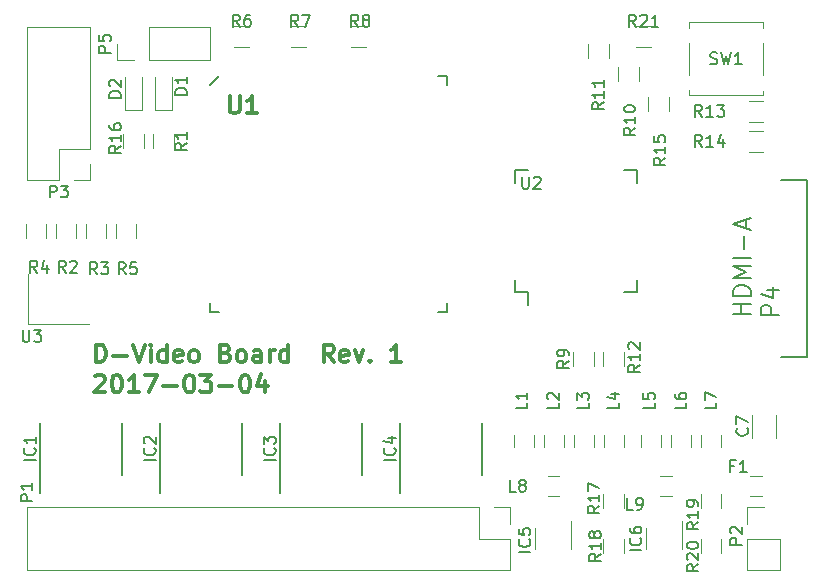
<source format=gto>
G04 #@! TF.FileFunction,Legend,Top*
%FSLAX46Y46*%
G04 Gerber Fmt 4.6, Leading zero omitted, Abs format (unit mm)*
G04 Created by KiCad (PCBNEW 4.0.4-stable) date 03/04/17 15:12:17*
%MOMM*%
%LPD*%
G01*
G04 APERTURE LIST*
%ADD10C,0.100000*%
%ADD11C,0.300000*%
%ADD12C,0.150000*%
%ADD13C,0.120000*%
%ADD14C,0.203200*%
G04 APERTURE END LIST*
D10*
D11*
X127611143Y-127292571D02*
X127611143Y-125792571D01*
X127968286Y-125792571D01*
X128182571Y-125864000D01*
X128325429Y-126006857D01*
X128396857Y-126149714D01*
X128468286Y-126435429D01*
X128468286Y-126649714D01*
X128396857Y-126935429D01*
X128325429Y-127078286D01*
X128182571Y-127221143D01*
X127968286Y-127292571D01*
X127611143Y-127292571D01*
X129111143Y-126721143D02*
X130254000Y-126721143D01*
X130754000Y-125792571D02*
X131254000Y-127292571D01*
X131754000Y-125792571D01*
X132254000Y-127292571D02*
X132254000Y-126292571D01*
X132254000Y-125792571D02*
X132182571Y-125864000D01*
X132254000Y-125935429D01*
X132325428Y-125864000D01*
X132254000Y-125792571D01*
X132254000Y-125935429D01*
X133611143Y-127292571D02*
X133611143Y-125792571D01*
X133611143Y-127221143D02*
X133468286Y-127292571D01*
X133182572Y-127292571D01*
X133039714Y-127221143D01*
X132968286Y-127149714D01*
X132896857Y-127006857D01*
X132896857Y-126578286D01*
X132968286Y-126435429D01*
X133039714Y-126364000D01*
X133182572Y-126292571D01*
X133468286Y-126292571D01*
X133611143Y-126364000D01*
X134896857Y-127221143D02*
X134754000Y-127292571D01*
X134468286Y-127292571D01*
X134325429Y-127221143D01*
X134254000Y-127078286D01*
X134254000Y-126506857D01*
X134325429Y-126364000D01*
X134468286Y-126292571D01*
X134754000Y-126292571D01*
X134896857Y-126364000D01*
X134968286Y-126506857D01*
X134968286Y-126649714D01*
X134254000Y-126792571D01*
X135825429Y-127292571D02*
X135682571Y-127221143D01*
X135611143Y-127149714D01*
X135539714Y-127006857D01*
X135539714Y-126578286D01*
X135611143Y-126435429D01*
X135682571Y-126364000D01*
X135825429Y-126292571D01*
X136039714Y-126292571D01*
X136182571Y-126364000D01*
X136254000Y-126435429D01*
X136325429Y-126578286D01*
X136325429Y-127006857D01*
X136254000Y-127149714D01*
X136182571Y-127221143D01*
X136039714Y-127292571D01*
X135825429Y-127292571D01*
X138611143Y-126506857D02*
X138825429Y-126578286D01*
X138896857Y-126649714D01*
X138968286Y-126792571D01*
X138968286Y-127006857D01*
X138896857Y-127149714D01*
X138825429Y-127221143D01*
X138682571Y-127292571D01*
X138111143Y-127292571D01*
X138111143Y-125792571D01*
X138611143Y-125792571D01*
X138754000Y-125864000D01*
X138825429Y-125935429D01*
X138896857Y-126078286D01*
X138896857Y-126221143D01*
X138825429Y-126364000D01*
X138754000Y-126435429D01*
X138611143Y-126506857D01*
X138111143Y-126506857D01*
X139825429Y-127292571D02*
X139682571Y-127221143D01*
X139611143Y-127149714D01*
X139539714Y-127006857D01*
X139539714Y-126578286D01*
X139611143Y-126435429D01*
X139682571Y-126364000D01*
X139825429Y-126292571D01*
X140039714Y-126292571D01*
X140182571Y-126364000D01*
X140254000Y-126435429D01*
X140325429Y-126578286D01*
X140325429Y-127006857D01*
X140254000Y-127149714D01*
X140182571Y-127221143D01*
X140039714Y-127292571D01*
X139825429Y-127292571D01*
X141611143Y-127292571D02*
X141611143Y-126506857D01*
X141539714Y-126364000D01*
X141396857Y-126292571D01*
X141111143Y-126292571D01*
X140968286Y-126364000D01*
X141611143Y-127221143D02*
X141468286Y-127292571D01*
X141111143Y-127292571D01*
X140968286Y-127221143D01*
X140896857Y-127078286D01*
X140896857Y-126935429D01*
X140968286Y-126792571D01*
X141111143Y-126721143D01*
X141468286Y-126721143D01*
X141611143Y-126649714D01*
X142325429Y-127292571D02*
X142325429Y-126292571D01*
X142325429Y-126578286D02*
X142396857Y-126435429D01*
X142468286Y-126364000D01*
X142611143Y-126292571D01*
X142754000Y-126292571D01*
X143896857Y-127292571D02*
X143896857Y-125792571D01*
X143896857Y-127221143D02*
X143754000Y-127292571D01*
X143468286Y-127292571D01*
X143325428Y-127221143D01*
X143254000Y-127149714D01*
X143182571Y-127006857D01*
X143182571Y-126578286D01*
X143254000Y-126435429D01*
X143325428Y-126364000D01*
X143468286Y-126292571D01*
X143754000Y-126292571D01*
X143896857Y-126364000D01*
X147754000Y-127292571D02*
X147254000Y-126578286D01*
X146896857Y-127292571D02*
X146896857Y-125792571D01*
X147468285Y-125792571D01*
X147611143Y-125864000D01*
X147682571Y-125935429D01*
X147754000Y-126078286D01*
X147754000Y-126292571D01*
X147682571Y-126435429D01*
X147611143Y-126506857D01*
X147468285Y-126578286D01*
X146896857Y-126578286D01*
X148968285Y-127221143D02*
X148825428Y-127292571D01*
X148539714Y-127292571D01*
X148396857Y-127221143D01*
X148325428Y-127078286D01*
X148325428Y-126506857D01*
X148396857Y-126364000D01*
X148539714Y-126292571D01*
X148825428Y-126292571D01*
X148968285Y-126364000D01*
X149039714Y-126506857D01*
X149039714Y-126649714D01*
X148325428Y-126792571D01*
X149539714Y-126292571D02*
X149896857Y-127292571D01*
X150253999Y-126292571D01*
X150825428Y-127149714D02*
X150896856Y-127221143D01*
X150825428Y-127292571D01*
X150753999Y-127221143D01*
X150825428Y-127149714D01*
X150825428Y-127292571D01*
X153468285Y-127292571D02*
X152611142Y-127292571D01*
X153039714Y-127292571D02*
X153039714Y-125792571D01*
X152896857Y-126006857D01*
X152753999Y-126149714D01*
X152611142Y-126221143D01*
X127539714Y-128485429D02*
X127611143Y-128414000D01*
X127754000Y-128342571D01*
X128111143Y-128342571D01*
X128254000Y-128414000D01*
X128325429Y-128485429D01*
X128396857Y-128628286D01*
X128396857Y-128771143D01*
X128325429Y-128985429D01*
X127468286Y-129842571D01*
X128396857Y-129842571D01*
X129325428Y-128342571D02*
X129468285Y-128342571D01*
X129611142Y-128414000D01*
X129682571Y-128485429D01*
X129754000Y-128628286D01*
X129825428Y-128914000D01*
X129825428Y-129271143D01*
X129754000Y-129556857D01*
X129682571Y-129699714D01*
X129611142Y-129771143D01*
X129468285Y-129842571D01*
X129325428Y-129842571D01*
X129182571Y-129771143D01*
X129111142Y-129699714D01*
X129039714Y-129556857D01*
X128968285Y-129271143D01*
X128968285Y-128914000D01*
X129039714Y-128628286D01*
X129111142Y-128485429D01*
X129182571Y-128414000D01*
X129325428Y-128342571D01*
X131253999Y-129842571D02*
X130396856Y-129842571D01*
X130825428Y-129842571D02*
X130825428Y-128342571D01*
X130682571Y-128556857D01*
X130539713Y-128699714D01*
X130396856Y-128771143D01*
X131753999Y-128342571D02*
X132753999Y-128342571D01*
X132111142Y-129842571D01*
X133325427Y-129271143D02*
X134468284Y-129271143D01*
X135468284Y-128342571D02*
X135611141Y-128342571D01*
X135753998Y-128414000D01*
X135825427Y-128485429D01*
X135896856Y-128628286D01*
X135968284Y-128914000D01*
X135968284Y-129271143D01*
X135896856Y-129556857D01*
X135825427Y-129699714D01*
X135753998Y-129771143D01*
X135611141Y-129842571D01*
X135468284Y-129842571D01*
X135325427Y-129771143D01*
X135253998Y-129699714D01*
X135182570Y-129556857D01*
X135111141Y-129271143D01*
X135111141Y-128914000D01*
X135182570Y-128628286D01*
X135253998Y-128485429D01*
X135325427Y-128414000D01*
X135468284Y-128342571D01*
X136468284Y-128342571D02*
X137396855Y-128342571D01*
X136896855Y-128914000D01*
X137111141Y-128914000D01*
X137253998Y-128985429D01*
X137325427Y-129056857D01*
X137396855Y-129199714D01*
X137396855Y-129556857D01*
X137325427Y-129699714D01*
X137253998Y-129771143D01*
X137111141Y-129842571D01*
X136682569Y-129842571D01*
X136539712Y-129771143D01*
X136468284Y-129699714D01*
X138039712Y-129271143D02*
X139182569Y-129271143D01*
X140182569Y-128342571D02*
X140325426Y-128342571D01*
X140468283Y-128414000D01*
X140539712Y-128485429D01*
X140611141Y-128628286D01*
X140682569Y-128914000D01*
X140682569Y-129271143D01*
X140611141Y-129556857D01*
X140539712Y-129699714D01*
X140468283Y-129771143D01*
X140325426Y-129842571D01*
X140182569Y-129842571D01*
X140039712Y-129771143D01*
X139968283Y-129699714D01*
X139896855Y-129556857D01*
X139825426Y-129271143D01*
X139825426Y-128914000D01*
X139896855Y-128628286D01*
X139968283Y-128485429D01*
X140039712Y-128414000D01*
X140182569Y-128342571D01*
X141968283Y-128842571D02*
X141968283Y-129842571D01*
X141611140Y-128271143D02*
X141253997Y-129342571D01*
X142182569Y-129342571D01*
X138938143Y-104715571D02*
X138938143Y-105929857D01*
X139009571Y-106072714D01*
X139081000Y-106144143D01*
X139223857Y-106215571D01*
X139509571Y-106215571D01*
X139652429Y-106144143D01*
X139723857Y-106072714D01*
X139795286Y-105929857D01*
X139795286Y-104715571D01*
X141295286Y-106215571D02*
X140438143Y-106215571D01*
X140866715Y-106215571D02*
X140866715Y-104715571D01*
X140723858Y-104929857D01*
X140581000Y-105072714D01*
X140438143Y-105144143D01*
D12*
X129815000Y-136845000D02*
X129815000Y-132395000D01*
X122915000Y-138370000D02*
X122915000Y-132395000D01*
X139975000Y-136845000D02*
X139975000Y-132395000D01*
X133075000Y-138370000D02*
X133075000Y-132395000D01*
X150135000Y-136845000D02*
X150135000Y-132395000D01*
X143235000Y-138370000D02*
X143235000Y-132395000D01*
X160295000Y-136845000D02*
X160295000Y-132395000D01*
X153395000Y-138370000D02*
X153395000Y-132395000D01*
D13*
X160020000Y-139580000D02*
X121800000Y-139580000D01*
X121800000Y-139580000D02*
X121800000Y-144900000D01*
X121800000Y-144900000D02*
X162680000Y-144900000D01*
X162680000Y-144900000D02*
X162680000Y-142240000D01*
X162680000Y-142240000D02*
X160020000Y-142240000D01*
X160020000Y-142240000D02*
X160020000Y-139580000D01*
X161290000Y-139580000D02*
X162680000Y-139580000D01*
X162680000Y-139580000D02*
X162680000Y-140970000D01*
X127120000Y-109220000D02*
X127120000Y-98940000D01*
X127120000Y-98940000D02*
X121800000Y-98940000D01*
X121800000Y-98940000D02*
X121800000Y-111880000D01*
X121800000Y-111880000D02*
X124460000Y-111880000D01*
X124460000Y-111880000D02*
X124460000Y-109220000D01*
X124460000Y-109220000D02*
X127120000Y-109220000D01*
X127120000Y-110490000D02*
X127120000Y-111880000D01*
X127120000Y-111880000D02*
X125730000Y-111880000D01*
X132650000Y-105940000D02*
X134050000Y-105940000D01*
X134050000Y-105940000D02*
X134050000Y-103140000D01*
X132650000Y-105940000D02*
X132650000Y-103140000D01*
D12*
X163100000Y-121380000D02*
X164175000Y-121380000D01*
X163100000Y-111030000D02*
X164175000Y-111030000D01*
X173450000Y-111030000D02*
X172375000Y-111030000D01*
X173450000Y-121380000D02*
X172375000Y-121380000D01*
X163100000Y-121380000D02*
X163100000Y-120305000D01*
X173450000Y-121380000D02*
X173450000Y-120305000D01*
X173450000Y-111030000D02*
X173450000Y-112105000D01*
X163100000Y-111030000D02*
X163100000Y-112105000D01*
X164175000Y-121380000D02*
X164175000Y-122405000D01*
D13*
X182760000Y-142240000D02*
X182760000Y-144900000D01*
X182760000Y-144900000D02*
X185540000Y-144900000D01*
X185540000Y-144900000D02*
X185540000Y-142240000D01*
X185540000Y-142240000D02*
X182760000Y-142240000D01*
X182760000Y-140970000D02*
X182760000Y-139580000D01*
X182760000Y-139580000D02*
X184150000Y-139580000D01*
X130110000Y-105940000D02*
X131510000Y-105940000D01*
X131510000Y-105940000D02*
X131510000Y-103140000D01*
X130110000Y-105940000D02*
X130110000Y-103140000D01*
X132080000Y-101720000D02*
X137280000Y-101720000D01*
X137280000Y-101720000D02*
X137280000Y-98940000D01*
X137280000Y-98940000D02*
X132080000Y-98940000D01*
X132080000Y-98940000D02*
X132080000Y-101720000D01*
X130810000Y-101720000D02*
X129420000Y-101720000D01*
X129420000Y-101720000D02*
X129420000Y-100330000D01*
X164810000Y-141360000D02*
X164810000Y-143120000D01*
X167880000Y-143120000D02*
X167880000Y-140690000D01*
X174208000Y-141360000D02*
X174208000Y-143120000D01*
X177278000Y-143120000D02*
X177278000Y-140690000D01*
X166870000Y-136945000D02*
X165870000Y-136945000D01*
X165870000Y-138645000D02*
X166870000Y-138645000D01*
X176395000Y-136945000D02*
X175395000Y-136945000D01*
X175395000Y-138645000D02*
X176395000Y-138645000D01*
X170570000Y-139665000D02*
X170570000Y-138465000D01*
X172330000Y-138465000D02*
X172330000Y-139665000D01*
X172330000Y-142275000D02*
X172330000Y-143475000D01*
X170570000Y-143475000D02*
X170570000Y-142275000D01*
X178825000Y-139665000D02*
X178825000Y-138465000D01*
X180585000Y-138465000D02*
X180585000Y-139665000D01*
X180585000Y-142275000D02*
X180585000Y-143475000D01*
X178825000Y-143475000D02*
X178825000Y-142275000D01*
X183130000Y-131715000D02*
X183130000Y-133715000D01*
X185170000Y-133715000D02*
X185170000Y-131715000D01*
X184015000Y-136945000D02*
X183015000Y-136945000D01*
X183015000Y-138645000D02*
X184015000Y-138645000D01*
X164680000Y-134485000D02*
X164680000Y-133485000D01*
X162980000Y-133485000D02*
X162980000Y-134485000D01*
X167220000Y-134485000D02*
X167220000Y-133485000D01*
X165520000Y-133485000D02*
X165520000Y-134485000D01*
X169760000Y-134485000D02*
X169760000Y-133485000D01*
X168060000Y-133485000D02*
X168060000Y-134485000D01*
X172300000Y-134485000D02*
X172300000Y-133485000D01*
X170600000Y-133485000D02*
X170600000Y-134485000D01*
X175475000Y-134485000D02*
X175475000Y-133485000D01*
X173775000Y-133485000D02*
X173775000Y-134485000D01*
X178015000Y-134485000D02*
X178015000Y-133485000D01*
X176315000Y-133485000D02*
X176315000Y-134485000D01*
X180555000Y-134485000D02*
X180555000Y-133485000D01*
X178855000Y-133485000D02*
X178855000Y-134485000D01*
X132470000Y-109185000D02*
X132470000Y-107985000D01*
X134230000Y-107985000D02*
X134230000Y-109185000D01*
X125975000Y-115605000D02*
X125975000Y-116805000D01*
X124215000Y-116805000D02*
X124215000Y-115605000D01*
X126755000Y-116805000D02*
X126755000Y-115605000D01*
X128515000Y-115605000D02*
X128515000Y-116805000D01*
X121675000Y-116805000D02*
X121675000Y-115605000D01*
X123435000Y-115605000D02*
X123435000Y-116805000D01*
X129295000Y-116805000D02*
X129295000Y-115605000D01*
X131055000Y-115605000D02*
X131055000Y-116805000D01*
X139354000Y-98815000D02*
X140554000Y-98815000D01*
X140554000Y-100575000D02*
X139354000Y-100575000D01*
X145380000Y-100575000D02*
X144180000Y-100575000D01*
X144180000Y-98815000D02*
X145380000Y-98815000D01*
X150460000Y-100575000D02*
X149260000Y-100575000D01*
X149260000Y-98815000D02*
X150460000Y-98815000D01*
X169790000Y-126400000D02*
X169790000Y-127600000D01*
X168030000Y-127600000D02*
X168030000Y-126400000D01*
X173600000Y-102270000D02*
X173600000Y-103470000D01*
X171840000Y-103470000D02*
X171840000Y-102270000D01*
X171060000Y-100365000D02*
X171060000Y-101565000D01*
X169300000Y-101565000D02*
X169300000Y-100365000D01*
X172330000Y-126400000D02*
X172330000Y-127600000D01*
X170570000Y-127600000D02*
X170570000Y-126400000D01*
X184115000Y-106925000D02*
X182915000Y-106925000D01*
X182915000Y-105165000D02*
X184115000Y-105165000D01*
X184115000Y-109465000D02*
X182915000Y-109465000D01*
X182915000Y-107705000D02*
X184115000Y-107705000D01*
X176140000Y-104810000D02*
X176140000Y-106010000D01*
X174380000Y-106010000D02*
X174380000Y-104810000D01*
X129930000Y-109185000D02*
X129930000Y-107985000D01*
X131690000Y-107985000D02*
X131690000Y-109185000D01*
D12*
X137320000Y-103780000D02*
X138070000Y-103030000D01*
X156570000Y-103030000D02*
X157320000Y-103030000D01*
X157320000Y-103030000D02*
X157320000Y-103780000D01*
X138070000Y-123030000D02*
X137320000Y-123030000D01*
X137320000Y-123030000D02*
X137320000Y-122280000D01*
X156570000Y-123030000D02*
X157320000Y-123030000D01*
X157320000Y-123030000D02*
X157320000Y-122280000D01*
D13*
X177825000Y-104250000D02*
X177825000Y-104700000D01*
X177825000Y-104700000D02*
X184125000Y-104700000D01*
X184125000Y-104700000D02*
X184125000Y-104300000D01*
X177825000Y-102950000D02*
X177825000Y-100250000D01*
X184125000Y-100250000D02*
X184125000Y-102950000D01*
X177825000Y-98500000D02*
X184125000Y-98500000D01*
X184125000Y-98500000D02*
X184125000Y-98950000D01*
X177825000Y-98950000D02*
X177825000Y-98500000D01*
X174590000Y-100575000D02*
X173390000Y-100575000D01*
X173390000Y-98815000D02*
X174590000Y-98815000D01*
X121860000Y-119820000D02*
X121860000Y-124020000D01*
X121860000Y-124020000D02*
X127060000Y-124020000D01*
D14*
X187794000Y-126880000D02*
X185624000Y-126880000D01*
X187794000Y-111880000D02*
X185624000Y-111880000D01*
X187794000Y-111880000D02*
X187794000Y-126880000D01*
D12*
X122517381Y-135596190D02*
X121517381Y-135596190D01*
X122422143Y-134548571D02*
X122469762Y-134596190D01*
X122517381Y-134739047D01*
X122517381Y-134834285D01*
X122469762Y-134977143D01*
X122374524Y-135072381D01*
X122279286Y-135120000D01*
X122088810Y-135167619D01*
X121945952Y-135167619D01*
X121755476Y-135120000D01*
X121660238Y-135072381D01*
X121565000Y-134977143D01*
X121517381Y-134834285D01*
X121517381Y-134739047D01*
X121565000Y-134596190D01*
X121612619Y-134548571D01*
X122517381Y-133596190D02*
X122517381Y-134167619D01*
X122517381Y-133881905D02*
X121517381Y-133881905D01*
X121660238Y-133977143D01*
X121755476Y-134072381D01*
X121803095Y-134167619D01*
X132677381Y-135596190D02*
X131677381Y-135596190D01*
X132582143Y-134548571D02*
X132629762Y-134596190D01*
X132677381Y-134739047D01*
X132677381Y-134834285D01*
X132629762Y-134977143D01*
X132534524Y-135072381D01*
X132439286Y-135120000D01*
X132248810Y-135167619D01*
X132105952Y-135167619D01*
X131915476Y-135120000D01*
X131820238Y-135072381D01*
X131725000Y-134977143D01*
X131677381Y-134834285D01*
X131677381Y-134739047D01*
X131725000Y-134596190D01*
X131772619Y-134548571D01*
X131772619Y-134167619D02*
X131725000Y-134120000D01*
X131677381Y-134024762D01*
X131677381Y-133786666D01*
X131725000Y-133691428D01*
X131772619Y-133643809D01*
X131867857Y-133596190D01*
X131963095Y-133596190D01*
X132105952Y-133643809D01*
X132677381Y-134215238D01*
X132677381Y-133596190D01*
X142837381Y-135596190D02*
X141837381Y-135596190D01*
X142742143Y-134548571D02*
X142789762Y-134596190D01*
X142837381Y-134739047D01*
X142837381Y-134834285D01*
X142789762Y-134977143D01*
X142694524Y-135072381D01*
X142599286Y-135120000D01*
X142408810Y-135167619D01*
X142265952Y-135167619D01*
X142075476Y-135120000D01*
X141980238Y-135072381D01*
X141885000Y-134977143D01*
X141837381Y-134834285D01*
X141837381Y-134739047D01*
X141885000Y-134596190D01*
X141932619Y-134548571D01*
X141837381Y-134215238D02*
X141837381Y-133596190D01*
X142218333Y-133929524D01*
X142218333Y-133786666D01*
X142265952Y-133691428D01*
X142313571Y-133643809D01*
X142408810Y-133596190D01*
X142646905Y-133596190D01*
X142742143Y-133643809D01*
X142789762Y-133691428D01*
X142837381Y-133786666D01*
X142837381Y-134072381D01*
X142789762Y-134167619D01*
X142742143Y-134215238D01*
X152997381Y-135596190D02*
X151997381Y-135596190D01*
X152902143Y-134548571D02*
X152949762Y-134596190D01*
X152997381Y-134739047D01*
X152997381Y-134834285D01*
X152949762Y-134977143D01*
X152854524Y-135072381D01*
X152759286Y-135120000D01*
X152568810Y-135167619D01*
X152425952Y-135167619D01*
X152235476Y-135120000D01*
X152140238Y-135072381D01*
X152045000Y-134977143D01*
X151997381Y-134834285D01*
X151997381Y-134739047D01*
X152045000Y-134596190D01*
X152092619Y-134548571D01*
X152330714Y-133691428D02*
X152997381Y-133691428D01*
X151949762Y-133929524D02*
X152664048Y-134167619D01*
X152664048Y-133548571D01*
X122245381Y-139041095D02*
X121245381Y-139041095D01*
X121245381Y-138660142D01*
X121293000Y-138564904D01*
X121340619Y-138517285D01*
X121435857Y-138469666D01*
X121578714Y-138469666D01*
X121673952Y-138517285D01*
X121721571Y-138564904D01*
X121769190Y-138660142D01*
X121769190Y-139041095D01*
X122245381Y-137517285D02*
X122245381Y-138088714D01*
X122245381Y-137803000D02*
X121245381Y-137803000D01*
X121388238Y-137898238D01*
X121483476Y-137993476D01*
X121531095Y-138088714D01*
X123721905Y-113332381D02*
X123721905Y-112332381D01*
X124102858Y-112332381D01*
X124198096Y-112380000D01*
X124245715Y-112427619D01*
X124293334Y-112522857D01*
X124293334Y-112665714D01*
X124245715Y-112760952D01*
X124198096Y-112808571D01*
X124102858Y-112856190D01*
X123721905Y-112856190D01*
X124626667Y-112332381D02*
X125245715Y-112332381D01*
X124912381Y-112713333D01*
X125055239Y-112713333D01*
X125150477Y-112760952D01*
X125198096Y-112808571D01*
X125245715Y-112903810D01*
X125245715Y-113141905D01*
X125198096Y-113237143D01*
X125150477Y-113284762D01*
X125055239Y-113332381D01*
X124769524Y-113332381D01*
X124674286Y-113284762D01*
X124626667Y-113237143D01*
X135326381Y-104624095D02*
X134326381Y-104624095D01*
X134326381Y-104386000D01*
X134374000Y-104243142D01*
X134469238Y-104147904D01*
X134564476Y-104100285D01*
X134754952Y-104052666D01*
X134897810Y-104052666D01*
X135088286Y-104100285D01*
X135183524Y-104147904D01*
X135278762Y-104243142D01*
X135326381Y-104386000D01*
X135326381Y-104624095D01*
X135326381Y-103100285D02*
X135326381Y-103671714D01*
X135326381Y-103386000D02*
X134326381Y-103386000D01*
X134469238Y-103481238D01*
X134564476Y-103576476D01*
X134612095Y-103671714D01*
X163703095Y-111593381D02*
X163703095Y-112402905D01*
X163750714Y-112498143D01*
X163798333Y-112545762D01*
X163893571Y-112593381D01*
X164084048Y-112593381D01*
X164179286Y-112545762D01*
X164226905Y-112498143D01*
X164274524Y-112402905D01*
X164274524Y-111593381D01*
X164703095Y-111688619D02*
X164750714Y-111641000D01*
X164845952Y-111593381D01*
X165084048Y-111593381D01*
X165179286Y-111641000D01*
X165226905Y-111688619D01*
X165274524Y-111783857D01*
X165274524Y-111879095D01*
X165226905Y-112021952D01*
X164655476Y-112593381D01*
X165274524Y-112593381D01*
X182316381Y-142724095D02*
X181316381Y-142724095D01*
X181316381Y-142343142D01*
X181364000Y-142247904D01*
X181411619Y-142200285D01*
X181506857Y-142152666D01*
X181649714Y-142152666D01*
X181744952Y-142200285D01*
X181792571Y-142247904D01*
X181840190Y-142343142D01*
X181840190Y-142724095D01*
X181411619Y-141771714D02*
X181364000Y-141724095D01*
X181316381Y-141628857D01*
X181316381Y-141390761D01*
X181364000Y-141295523D01*
X181411619Y-141247904D01*
X181506857Y-141200285D01*
X181602095Y-141200285D01*
X181744952Y-141247904D01*
X182316381Y-141819333D01*
X182316381Y-141200285D01*
X129738381Y-104878095D02*
X128738381Y-104878095D01*
X128738381Y-104640000D01*
X128786000Y-104497142D01*
X128881238Y-104401904D01*
X128976476Y-104354285D01*
X129166952Y-104306666D01*
X129309810Y-104306666D01*
X129500286Y-104354285D01*
X129595524Y-104401904D01*
X129690762Y-104497142D01*
X129738381Y-104640000D01*
X129738381Y-104878095D01*
X128833619Y-103925714D02*
X128786000Y-103878095D01*
X128738381Y-103782857D01*
X128738381Y-103544761D01*
X128786000Y-103449523D01*
X128833619Y-103401904D01*
X128928857Y-103354285D01*
X129024095Y-103354285D01*
X129166952Y-103401904D01*
X129738381Y-103973333D01*
X129738381Y-103354285D01*
X128872381Y-101068095D02*
X127872381Y-101068095D01*
X127872381Y-100687142D01*
X127920000Y-100591904D01*
X127967619Y-100544285D01*
X128062857Y-100496666D01*
X128205714Y-100496666D01*
X128300952Y-100544285D01*
X128348571Y-100591904D01*
X128396190Y-100687142D01*
X128396190Y-101068095D01*
X127872381Y-99591904D02*
X127872381Y-100068095D01*
X128348571Y-100115714D01*
X128300952Y-100068095D01*
X128253333Y-99972857D01*
X128253333Y-99734761D01*
X128300952Y-99639523D01*
X128348571Y-99591904D01*
X128443810Y-99544285D01*
X128681905Y-99544285D01*
X128777143Y-99591904D01*
X128824762Y-99639523D01*
X128872381Y-99734761D01*
X128872381Y-99972857D01*
X128824762Y-100068095D01*
X128777143Y-100115714D01*
X164409381Y-143343190D02*
X163409381Y-143343190D01*
X164314143Y-142295571D02*
X164361762Y-142343190D01*
X164409381Y-142486047D01*
X164409381Y-142581285D01*
X164361762Y-142724143D01*
X164266524Y-142819381D01*
X164171286Y-142867000D01*
X163980810Y-142914619D01*
X163837952Y-142914619D01*
X163647476Y-142867000D01*
X163552238Y-142819381D01*
X163457000Y-142724143D01*
X163409381Y-142581285D01*
X163409381Y-142486047D01*
X163457000Y-142343190D01*
X163504619Y-142295571D01*
X163409381Y-141390809D02*
X163409381Y-141867000D01*
X163885571Y-141914619D01*
X163837952Y-141867000D01*
X163790333Y-141771762D01*
X163790333Y-141533666D01*
X163837952Y-141438428D01*
X163885571Y-141390809D01*
X163980810Y-141343190D01*
X164218905Y-141343190D01*
X164314143Y-141390809D01*
X164361762Y-141438428D01*
X164409381Y-141533666D01*
X164409381Y-141771762D01*
X164361762Y-141867000D01*
X164314143Y-141914619D01*
X173807381Y-143216190D02*
X172807381Y-143216190D01*
X173712143Y-142168571D02*
X173759762Y-142216190D01*
X173807381Y-142359047D01*
X173807381Y-142454285D01*
X173759762Y-142597143D01*
X173664524Y-142692381D01*
X173569286Y-142740000D01*
X173378810Y-142787619D01*
X173235952Y-142787619D01*
X173045476Y-142740000D01*
X172950238Y-142692381D01*
X172855000Y-142597143D01*
X172807381Y-142454285D01*
X172807381Y-142359047D01*
X172855000Y-142216190D01*
X172902619Y-142168571D01*
X172807381Y-141311428D02*
X172807381Y-141501905D01*
X172855000Y-141597143D01*
X172902619Y-141644762D01*
X173045476Y-141740000D01*
X173235952Y-141787619D01*
X173616905Y-141787619D01*
X173712143Y-141740000D01*
X173759762Y-141692381D01*
X173807381Y-141597143D01*
X173807381Y-141406666D01*
X173759762Y-141311428D01*
X173712143Y-141263809D01*
X173616905Y-141216190D01*
X173378810Y-141216190D01*
X173283571Y-141263809D01*
X173235952Y-141311428D01*
X173188333Y-141406666D01*
X173188333Y-141597143D01*
X173235952Y-141692381D01*
X173283571Y-141740000D01*
X173378810Y-141787619D01*
X163155334Y-138247381D02*
X162679143Y-138247381D01*
X162679143Y-137247381D01*
X163631524Y-137675952D02*
X163536286Y-137628333D01*
X163488667Y-137580714D01*
X163441048Y-137485476D01*
X163441048Y-137437857D01*
X163488667Y-137342619D01*
X163536286Y-137295000D01*
X163631524Y-137247381D01*
X163822001Y-137247381D01*
X163917239Y-137295000D01*
X163964858Y-137342619D01*
X164012477Y-137437857D01*
X164012477Y-137485476D01*
X163964858Y-137580714D01*
X163917239Y-137628333D01*
X163822001Y-137675952D01*
X163631524Y-137675952D01*
X163536286Y-137723571D01*
X163488667Y-137771190D01*
X163441048Y-137866429D01*
X163441048Y-138056905D01*
X163488667Y-138152143D01*
X163536286Y-138199762D01*
X163631524Y-138247381D01*
X163822001Y-138247381D01*
X163917239Y-138199762D01*
X163964858Y-138152143D01*
X164012477Y-138056905D01*
X164012477Y-137866429D01*
X163964858Y-137771190D01*
X163917239Y-137723571D01*
X163822001Y-137675952D01*
X173061334Y-139771381D02*
X172585143Y-139771381D01*
X172585143Y-138771381D01*
X173442286Y-139771381D02*
X173632762Y-139771381D01*
X173728001Y-139723762D01*
X173775620Y-139676143D01*
X173870858Y-139533286D01*
X173918477Y-139342810D01*
X173918477Y-138961857D01*
X173870858Y-138866619D01*
X173823239Y-138819000D01*
X173728001Y-138771381D01*
X173537524Y-138771381D01*
X173442286Y-138819000D01*
X173394667Y-138866619D01*
X173347048Y-138961857D01*
X173347048Y-139199952D01*
X173394667Y-139295190D01*
X173442286Y-139342810D01*
X173537524Y-139390429D01*
X173728001Y-139390429D01*
X173823239Y-139342810D01*
X173870858Y-139295190D01*
X173918477Y-139199952D01*
X170251381Y-139453857D02*
X169775190Y-139787191D01*
X170251381Y-140025286D02*
X169251381Y-140025286D01*
X169251381Y-139644333D01*
X169299000Y-139549095D01*
X169346619Y-139501476D01*
X169441857Y-139453857D01*
X169584714Y-139453857D01*
X169679952Y-139501476D01*
X169727571Y-139549095D01*
X169775190Y-139644333D01*
X169775190Y-140025286D01*
X170251381Y-138501476D02*
X170251381Y-139072905D01*
X170251381Y-138787191D02*
X169251381Y-138787191D01*
X169394238Y-138882429D01*
X169489476Y-138977667D01*
X169537095Y-139072905D01*
X169251381Y-138168143D02*
X169251381Y-137501476D01*
X170251381Y-137930048D01*
X170378381Y-143517857D02*
X169902190Y-143851191D01*
X170378381Y-144089286D02*
X169378381Y-144089286D01*
X169378381Y-143708333D01*
X169426000Y-143613095D01*
X169473619Y-143565476D01*
X169568857Y-143517857D01*
X169711714Y-143517857D01*
X169806952Y-143565476D01*
X169854571Y-143613095D01*
X169902190Y-143708333D01*
X169902190Y-144089286D01*
X170378381Y-142565476D02*
X170378381Y-143136905D01*
X170378381Y-142851191D02*
X169378381Y-142851191D01*
X169521238Y-142946429D01*
X169616476Y-143041667D01*
X169664095Y-143136905D01*
X169806952Y-141994048D02*
X169759333Y-142089286D01*
X169711714Y-142136905D01*
X169616476Y-142184524D01*
X169568857Y-142184524D01*
X169473619Y-142136905D01*
X169426000Y-142089286D01*
X169378381Y-141994048D01*
X169378381Y-141803571D01*
X169426000Y-141708333D01*
X169473619Y-141660714D01*
X169568857Y-141613095D01*
X169616476Y-141613095D01*
X169711714Y-141660714D01*
X169759333Y-141708333D01*
X169806952Y-141803571D01*
X169806952Y-141994048D01*
X169854571Y-142089286D01*
X169902190Y-142136905D01*
X169997429Y-142184524D01*
X170187905Y-142184524D01*
X170283143Y-142136905D01*
X170330762Y-142089286D01*
X170378381Y-141994048D01*
X170378381Y-141803571D01*
X170330762Y-141708333D01*
X170283143Y-141660714D01*
X170187905Y-141613095D01*
X169997429Y-141613095D01*
X169902190Y-141660714D01*
X169854571Y-141708333D01*
X169806952Y-141803571D01*
X178633381Y-140850857D02*
X178157190Y-141184191D01*
X178633381Y-141422286D02*
X177633381Y-141422286D01*
X177633381Y-141041333D01*
X177681000Y-140946095D01*
X177728619Y-140898476D01*
X177823857Y-140850857D01*
X177966714Y-140850857D01*
X178061952Y-140898476D01*
X178109571Y-140946095D01*
X178157190Y-141041333D01*
X178157190Y-141422286D01*
X178633381Y-139898476D02*
X178633381Y-140469905D01*
X178633381Y-140184191D02*
X177633381Y-140184191D01*
X177776238Y-140279429D01*
X177871476Y-140374667D01*
X177919095Y-140469905D01*
X178633381Y-139422286D02*
X178633381Y-139231810D01*
X178585762Y-139136571D01*
X178538143Y-139088952D01*
X178395286Y-138993714D01*
X178204810Y-138946095D01*
X177823857Y-138946095D01*
X177728619Y-138993714D01*
X177681000Y-139041333D01*
X177633381Y-139136571D01*
X177633381Y-139327048D01*
X177681000Y-139422286D01*
X177728619Y-139469905D01*
X177823857Y-139517524D01*
X178061952Y-139517524D01*
X178157190Y-139469905D01*
X178204810Y-139422286D01*
X178252429Y-139327048D01*
X178252429Y-139136571D01*
X178204810Y-139041333D01*
X178157190Y-138993714D01*
X178061952Y-138946095D01*
X178633381Y-144406857D02*
X178157190Y-144740191D01*
X178633381Y-144978286D02*
X177633381Y-144978286D01*
X177633381Y-144597333D01*
X177681000Y-144502095D01*
X177728619Y-144454476D01*
X177823857Y-144406857D01*
X177966714Y-144406857D01*
X178061952Y-144454476D01*
X178109571Y-144502095D01*
X178157190Y-144597333D01*
X178157190Y-144978286D01*
X177728619Y-144025905D02*
X177681000Y-143978286D01*
X177633381Y-143883048D01*
X177633381Y-143644952D01*
X177681000Y-143549714D01*
X177728619Y-143502095D01*
X177823857Y-143454476D01*
X177919095Y-143454476D01*
X178061952Y-143502095D01*
X178633381Y-144073524D01*
X178633381Y-143454476D01*
X177633381Y-142835429D02*
X177633381Y-142740190D01*
X177681000Y-142644952D01*
X177728619Y-142597333D01*
X177823857Y-142549714D01*
X178014333Y-142502095D01*
X178252429Y-142502095D01*
X178442905Y-142549714D01*
X178538143Y-142597333D01*
X178585762Y-142644952D01*
X178633381Y-142740190D01*
X178633381Y-142835429D01*
X178585762Y-142930667D01*
X178538143Y-142978286D01*
X178442905Y-143025905D01*
X178252429Y-143073524D01*
X178014333Y-143073524D01*
X177823857Y-143025905D01*
X177728619Y-142978286D01*
X177681000Y-142930667D01*
X177633381Y-142835429D01*
X182757143Y-132881666D02*
X182804762Y-132929285D01*
X182852381Y-133072142D01*
X182852381Y-133167380D01*
X182804762Y-133310238D01*
X182709524Y-133405476D01*
X182614286Y-133453095D01*
X182423810Y-133500714D01*
X182280952Y-133500714D01*
X182090476Y-133453095D01*
X181995238Y-133405476D01*
X181900000Y-133310238D01*
X181852381Y-133167380D01*
X181852381Y-133072142D01*
X181900000Y-132929285D01*
X181947619Y-132881666D01*
X181852381Y-132548333D02*
X181852381Y-131881666D01*
X182852381Y-132310238D01*
X181657667Y-136072571D02*
X181324333Y-136072571D01*
X181324333Y-136596381D02*
X181324333Y-135596381D01*
X181800524Y-135596381D01*
X182705286Y-136596381D02*
X182133857Y-136596381D01*
X182419571Y-136596381D02*
X182419571Y-135596381D01*
X182324333Y-135739238D01*
X182229095Y-135834476D01*
X182133857Y-135882095D01*
X164155381Y-130722666D02*
X164155381Y-131198857D01*
X163155381Y-131198857D01*
X164155381Y-129865523D02*
X164155381Y-130436952D01*
X164155381Y-130151238D02*
X163155381Y-130151238D01*
X163298238Y-130246476D01*
X163393476Y-130341714D01*
X163441095Y-130436952D01*
X166822381Y-130722666D02*
X166822381Y-131198857D01*
X165822381Y-131198857D01*
X165917619Y-130436952D02*
X165870000Y-130389333D01*
X165822381Y-130294095D01*
X165822381Y-130055999D01*
X165870000Y-129960761D01*
X165917619Y-129913142D01*
X166012857Y-129865523D01*
X166108095Y-129865523D01*
X166250952Y-129913142D01*
X166822381Y-130484571D01*
X166822381Y-129865523D01*
X169362381Y-130722666D02*
X169362381Y-131198857D01*
X168362381Y-131198857D01*
X168362381Y-130484571D02*
X168362381Y-129865523D01*
X168743333Y-130198857D01*
X168743333Y-130055999D01*
X168790952Y-129960761D01*
X168838571Y-129913142D01*
X168933810Y-129865523D01*
X169171905Y-129865523D01*
X169267143Y-129913142D01*
X169314762Y-129960761D01*
X169362381Y-130055999D01*
X169362381Y-130341714D01*
X169314762Y-130436952D01*
X169267143Y-130484571D01*
X171902381Y-130722666D02*
X171902381Y-131198857D01*
X170902381Y-131198857D01*
X171235714Y-129960761D02*
X171902381Y-129960761D01*
X170854762Y-130198857D02*
X171569048Y-130436952D01*
X171569048Y-129817904D01*
X174950381Y-130722666D02*
X174950381Y-131198857D01*
X173950381Y-131198857D01*
X173950381Y-129913142D02*
X173950381Y-130389333D01*
X174426571Y-130436952D01*
X174378952Y-130389333D01*
X174331333Y-130294095D01*
X174331333Y-130055999D01*
X174378952Y-129960761D01*
X174426571Y-129913142D01*
X174521810Y-129865523D01*
X174759905Y-129865523D01*
X174855143Y-129913142D01*
X174902762Y-129960761D01*
X174950381Y-130055999D01*
X174950381Y-130294095D01*
X174902762Y-130389333D01*
X174855143Y-130436952D01*
X177617381Y-130722666D02*
X177617381Y-131198857D01*
X176617381Y-131198857D01*
X176617381Y-129960761D02*
X176617381Y-130151238D01*
X176665000Y-130246476D01*
X176712619Y-130294095D01*
X176855476Y-130389333D01*
X177045952Y-130436952D01*
X177426905Y-130436952D01*
X177522143Y-130389333D01*
X177569762Y-130341714D01*
X177617381Y-130246476D01*
X177617381Y-130055999D01*
X177569762Y-129960761D01*
X177522143Y-129913142D01*
X177426905Y-129865523D01*
X177188810Y-129865523D01*
X177093571Y-129913142D01*
X177045952Y-129960761D01*
X176998333Y-130055999D01*
X176998333Y-130246476D01*
X177045952Y-130341714D01*
X177093571Y-130389333D01*
X177188810Y-130436952D01*
X180157381Y-130722666D02*
X180157381Y-131198857D01*
X179157381Y-131198857D01*
X179157381Y-130484571D02*
X179157381Y-129817904D01*
X180157381Y-130246476D01*
X135326381Y-108751666D02*
X134850190Y-109085000D01*
X135326381Y-109323095D02*
X134326381Y-109323095D01*
X134326381Y-108942142D01*
X134374000Y-108846904D01*
X134421619Y-108799285D01*
X134516857Y-108751666D01*
X134659714Y-108751666D01*
X134754952Y-108799285D01*
X134802571Y-108846904D01*
X134850190Y-108942142D01*
X134850190Y-109323095D01*
X135326381Y-107799285D02*
X135326381Y-108370714D01*
X135326381Y-108085000D02*
X134326381Y-108085000D01*
X134469238Y-108180238D01*
X134564476Y-108275476D01*
X134612095Y-108370714D01*
X125055334Y-119705381D02*
X124722000Y-119229190D01*
X124483905Y-119705381D02*
X124483905Y-118705381D01*
X124864858Y-118705381D01*
X124960096Y-118753000D01*
X125007715Y-118800619D01*
X125055334Y-118895857D01*
X125055334Y-119038714D01*
X125007715Y-119133952D01*
X124960096Y-119181571D01*
X124864858Y-119229190D01*
X124483905Y-119229190D01*
X125436286Y-118800619D02*
X125483905Y-118753000D01*
X125579143Y-118705381D01*
X125817239Y-118705381D01*
X125912477Y-118753000D01*
X125960096Y-118800619D01*
X126007715Y-118895857D01*
X126007715Y-118991095D01*
X125960096Y-119133952D01*
X125388667Y-119705381D01*
X126007715Y-119705381D01*
X127722334Y-119832381D02*
X127389000Y-119356190D01*
X127150905Y-119832381D02*
X127150905Y-118832381D01*
X127531858Y-118832381D01*
X127627096Y-118880000D01*
X127674715Y-118927619D01*
X127722334Y-119022857D01*
X127722334Y-119165714D01*
X127674715Y-119260952D01*
X127627096Y-119308571D01*
X127531858Y-119356190D01*
X127150905Y-119356190D01*
X128055667Y-118832381D02*
X128674715Y-118832381D01*
X128341381Y-119213333D01*
X128484239Y-119213333D01*
X128579477Y-119260952D01*
X128627096Y-119308571D01*
X128674715Y-119403810D01*
X128674715Y-119641905D01*
X128627096Y-119737143D01*
X128579477Y-119784762D01*
X128484239Y-119832381D01*
X128198524Y-119832381D01*
X128103286Y-119784762D01*
X128055667Y-119737143D01*
X122642334Y-119705381D02*
X122309000Y-119229190D01*
X122070905Y-119705381D02*
X122070905Y-118705381D01*
X122451858Y-118705381D01*
X122547096Y-118753000D01*
X122594715Y-118800619D01*
X122642334Y-118895857D01*
X122642334Y-119038714D01*
X122594715Y-119133952D01*
X122547096Y-119181571D01*
X122451858Y-119229190D01*
X122070905Y-119229190D01*
X123499477Y-119038714D02*
X123499477Y-119705381D01*
X123261381Y-118657762D02*
X123023286Y-119372048D01*
X123642334Y-119372048D01*
X130135334Y-119832381D02*
X129802000Y-119356190D01*
X129563905Y-119832381D02*
X129563905Y-118832381D01*
X129944858Y-118832381D01*
X130040096Y-118880000D01*
X130087715Y-118927619D01*
X130135334Y-119022857D01*
X130135334Y-119165714D01*
X130087715Y-119260952D01*
X130040096Y-119308571D01*
X129944858Y-119356190D01*
X129563905Y-119356190D01*
X131040096Y-118832381D02*
X130563905Y-118832381D01*
X130516286Y-119308571D01*
X130563905Y-119260952D01*
X130659143Y-119213333D01*
X130897239Y-119213333D01*
X130992477Y-119260952D01*
X131040096Y-119308571D01*
X131087715Y-119403810D01*
X131087715Y-119641905D01*
X131040096Y-119737143D01*
X130992477Y-119784762D01*
X130897239Y-119832381D01*
X130659143Y-119832381D01*
X130563905Y-119784762D01*
X130516286Y-119737143D01*
X139787334Y-98877381D02*
X139454000Y-98401190D01*
X139215905Y-98877381D02*
X139215905Y-97877381D01*
X139596858Y-97877381D01*
X139692096Y-97925000D01*
X139739715Y-97972619D01*
X139787334Y-98067857D01*
X139787334Y-98210714D01*
X139739715Y-98305952D01*
X139692096Y-98353571D01*
X139596858Y-98401190D01*
X139215905Y-98401190D01*
X140644477Y-97877381D02*
X140454000Y-97877381D01*
X140358762Y-97925000D01*
X140311143Y-97972619D01*
X140215905Y-98115476D01*
X140168286Y-98305952D01*
X140168286Y-98686905D01*
X140215905Y-98782143D01*
X140263524Y-98829762D01*
X140358762Y-98877381D01*
X140549239Y-98877381D01*
X140644477Y-98829762D01*
X140692096Y-98782143D01*
X140739715Y-98686905D01*
X140739715Y-98448810D01*
X140692096Y-98353571D01*
X140644477Y-98305952D01*
X140549239Y-98258333D01*
X140358762Y-98258333D01*
X140263524Y-98305952D01*
X140215905Y-98353571D01*
X140168286Y-98448810D01*
X144740334Y-98877381D02*
X144407000Y-98401190D01*
X144168905Y-98877381D02*
X144168905Y-97877381D01*
X144549858Y-97877381D01*
X144645096Y-97925000D01*
X144692715Y-97972619D01*
X144740334Y-98067857D01*
X144740334Y-98210714D01*
X144692715Y-98305952D01*
X144645096Y-98353571D01*
X144549858Y-98401190D01*
X144168905Y-98401190D01*
X145073667Y-97877381D02*
X145740334Y-97877381D01*
X145311762Y-98877381D01*
X149820334Y-98877381D02*
X149487000Y-98401190D01*
X149248905Y-98877381D02*
X149248905Y-97877381D01*
X149629858Y-97877381D01*
X149725096Y-97925000D01*
X149772715Y-97972619D01*
X149820334Y-98067857D01*
X149820334Y-98210714D01*
X149772715Y-98305952D01*
X149725096Y-98353571D01*
X149629858Y-98401190D01*
X149248905Y-98401190D01*
X150391762Y-98305952D02*
X150296524Y-98258333D01*
X150248905Y-98210714D01*
X150201286Y-98115476D01*
X150201286Y-98067857D01*
X150248905Y-97972619D01*
X150296524Y-97925000D01*
X150391762Y-97877381D01*
X150582239Y-97877381D01*
X150677477Y-97925000D01*
X150725096Y-97972619D01*
X150772715Y-98067857D01*
X150772715Y-98115476D01*
X150725096Y-98210714D01*
X150677477Y-98258333D01*
X150582239Y-98305952D01*
X150391762Y-98305952D01*
X150296524Y-98353571D01*
X150248905Y-98401190D01*
X150201286Y-98496429D01*
X150201286Y-98686905D01*
X150248905Y-98782143D01*
X150296524Y-98829762D01*
X150391762Y-98877381D01*
X150582239Y-98877381D01*
X150677477Y-98829762D01*
X150725096Y-98782143D01*
X150772715Y-98686905D01*
X150772715Y-98496429D01*
X150725096Y-98401190D01*
X150677477Y-98353571D01*
X150582239Y-98305952D01*
X167662381Y-127166666D02*
X167186190Y-127500000D01*
X167662381Y-127738095D02*
X166662381Y-127738095D01*
X166662381Y-127357142D01*
X166710000Y-127261904D01*
X166757619Y-127214285D01*
X166852857Y-127166666D01*
X166995714Y-127166666D01*
X167090952Y-127214285D01*
X167138571Y-127261904D01*
X167186190Y-127357142D01*
X167186190Y-127738095D01*
X167662381Y-126690476D02*
X167662381Y-126500000D01*
X167614762Y-126404761D01*
X167567143Y-126357142D01*
X167424286Y-126261904D01*
X167233810Y-126214285D01*
X166852857Y-126214285D01*
X166757619Y-126261904D01*
X166710000Y-126309523D01*
X166662381Y-126404761D01*
X166662381Y-126595238D01*
X166710000Y-126690476D01*
X166757619Y-126738095D01*
X166852857Y-126785714D01*
X167090952Y-126785714D01*
X167186190Y-126738095D01*
X167233810Y-126690476D01*
X167281429Y-126595238D01*
X167281429Y-126404761D01*
X167233810Y-126309523D01*
X167186190Y-126261904D01*
X167090952Y-126214285D01*
X173299381Y-107449857D02*
X172823190Y-107783191D01*
X173299381Y-108021286D02*
X172299381Y-108021286D01*
X172299381Y-107640333D01*
X172347000Y-107545095D01*
X172394619Y-107497476D01*
X172489857Y-107449857D01*
X172632714Y-107449857D01*
X172727952Y-107497476D01*
X172775571Y-107545095D01*
X172823190Y-107640333D01*
X172823190Y-108021286D01*
X173299381Y-106497476D02*
X173299381Y-107068905D01*
X173299381Y-106783191D02*
X172299381Y-106783191D01*
X172442238Y-106878429D01*
X172537476Y-106973667D01*
X172585095Y-107068905D01*
X172299381Y-105878429D02*
X172299381Y-105783190D01*
X172347000Y-105687952D01*
X172394619Y-105640333D01*
X172489857Y-105592714D01*
X172680333Y-105545095D01*
X172918429Y-105545095D01*
X173108905Y-105592714D01*
X173204143Y-105640333D01*
X173251762Y-105687952D01*
X173299381Y-105783190D01*
X173299381Y-105878429D01*
X173251762Y-105973667D01*
X173204143Y-106021286D01*
X173108905Y-106068905D01*
X172918429Y-106116524D01*
X172680333Y-106116524D01*
X172489857Y-106068905D01*
X172394619Y-106021286D01*
X172347000Y-105973667D01*
X172299381Y-105878429D01*
X170632381Y-105290857D02*
X170156190Y-105624191D01*
X170632381Y-105862286D02*
X169632381Y-105862286D01*
X169632381Y-105481333D01*
X169680000Y-105386095D01*
X169727619Y-105338476D01*
X169822857Y-105290857D01*
X169965714Y-105290857D01*
X170060952Y-105338476D01*
X170108571Y-105386095D01*
X170156190Y-105481333D01*
X170156190Y-105862286D01*
X170632381Y-104338476D02*
X170632381Y-104909905D01*
X170632381Y-104624191D02*
X169632381Y-104624191D01*
X169775238Y-104719429D01*
X169870476Y-104814667D01*
X169918095Y-104909905D01*
X170632381Y-103386095D02*
X170632381Y-103957524D01*
X170632381Y-103671810D02*
X169632381Y-103671810D01*
X169775238Y-103767048D01*
X169870476Y-103862286D01*
X169918095Y-103957524D01*
X173680381Y-127515857D02*
X173204190Y-127849191D01*
X173680381Y-128087286D02*
X172680381Y-128087286D01*
X172680381Y-127706333D01*
X172728000Y-127611095D01*
X172775619Y-127563476D01*
X172870857Y-127515857D01*
X173013714Y-127515857D01*
X173108952Y-127563476D01*
X173156571Y-127611095D01*
X173204190Y-127706333D01*
X173204190Y-128087286D01*
X173680381Y-126563476D02*
X173680381Y-127134905D01*
X173680381Y-126849191D02*
X172680381Y-126849191D01*
X172823238Y-126944429D01*
X172918476Y-127039667D01*
X172966095Y-127134905D01*
X172775619Y-126182524D02*
X172728000Y-126134905D01*
X172680381Y-126039667D01*
X172680381Y-125801571D01*
X172728000Y-125706333D01*
X172775619Y-125658714D01*
X172870857Y-125611095D01*
X172966095Y-125611095D01*
X173108952Y-125658714D01*
X173680381Y-126230143D01*
X173680381Y-125611095D01*
X178935143Y-106497381D02*
X178601809Y-106021190D01*
X178363714Y-106497381D02*
X178363714Y-105497381D01*
X178744667Y-105497381D01*
X178839905Y-105545000D01*
X178887524Y-105592619D01*
X178935143Y-105687857D01*
X178935143Y-105830714D01*
X178887524Y-105925952D01*
X178839905Y-105973571D01*
X178744667Y-106021190D01*
X178363714Y-106021190D01*
X179887524Y-106497381D02*
X179316095Y-106497381D01*
X179601809Y-106497381D02*
X179601809Y-105497381D01*
X179506571Y-105640238D01*
X179411333Y-105735476D01*
X179316095Y-105783095D01*
X180220857Y-105497381D02*
X180839905Y-105497381D01*
X180506571Y-105878333D01*
X180649429Y-105878333D01*
X180744667Y-105925952D01*
X180792286Y-105973571D01*
X180839905Y-106068810D01*
X180839905Y-106306905D01*
X180792286Y-106402143D01*
X180744667Y-106449762D01*
X180649429Y-106497381D01*
X180363714Y-106497381D01*
X180268476Y-106449762D01*
X180220857Y-106402143D01*
X178935143Y-109037381D02*
X178601809Y-108561190D01*
X178363714Y-109037381D02*
X178363714Y-108037381D01*
X178744667Y-108037381D01*
X178839905Y-108085000D01*
X178887524Y-108132619D01*
X178935143Y-108227857D01*
X178935143Y-108370714D01*
X178887524Y-108465952D01*
X178839905Y-108513571D01*
X178744667Y-108561190D01*
X178363714Y-108561190D01*
X179887524Y-109037381D02*
X179316095Y-109037381D01*
X179601809Y-109037381D02*
X179601809Y-108037381D01*
X179506571Y-108180238D01*
X179411333Y-108275476D01*
X179316095Y-108323095D01*
X180744667Y-108370714D02*
X180744667Y-109037381D01*
X180506571Y-107989762D02*
X180268476Y-108704048D01*
X180887524Y-108704048D01*
X175839381Y-109989857D02*
X175363190Y-110323191D01*
X175839381Y-110561286D02*
X174839381Y-110561286D01*
X174839381Y-110180333D01*
X174887000Y-110085095D01*
X174934619Y-110037476D01*
X175029857Y-109989857D01*
X175172714Y-109989857D01*
X175267952Y-110037476D01*
X175315571Y-110085095D01*
X175363190Y-110180333D01*
X175363190Y-110561286D01*
X175839381Y-109037476D02*
X175839381Y-109608905D01*
X175839381Y-109323191D02*
X174839381Y-109323191D01*
X174982238Y-109418429D01*
X175077476Y-109513667D01*
X175125095Y-109608905D01*
X174839381Y-108132714D02*
X174839381Y-108608905D01*
X175315571Y-108656524D01*
X175267952Y-108608905D01*
X175220333Y-108513667D01*
X175220333Y-108275571D01*
X175267952Y-108180333D01*
X175315571Y-108132714D01*
X175410810Y-108085095D01*
X175648905Y-108085095D01*
X175744143Y-108132714D01*
X175791762Y-108180333D01*
X175839381Y-108275571D01*
X175839381Y-108513667D01*
X175791762Y-108608905D01*
X175744143Y-108656524D01*
X129738381Y-108973857D02*
X129262190Y-109307191D01*
X129738381Y-109545286D02*
X128738381Y-109545286D01*
X128738381Y-109164333D01*
X128786000Y-109069095D01*
X128833619Y-109021476D01*
X128928857Y-108973857D01*
X129071714Y-108973857D01*
X129166952Y-109021476D01*
X129214571Y-109069095D01*
X129262190Y-109164333D01*
X129262190Y-109545286D01*
X129738381Y-108021476D02*
X129738381Y-108592905D01*
X129738381Y-108307191D02*
X128738381Y-108307191D01*
X128881238Y-108402429D01*
X128976476Y-108497667D01*
X129024095Y-108592905D01*
X128738381Y-107164333D02*
X128738381Y-107354810D01*
X128786000Y-107450048D01*
X128833619Y-107497667D01*
X128976476Y-107592905D01*
X129166952Y-107640524D01*
X129547905Y-107640524D01*
X129643143Y-107592905D01*
X129690762Y-107545286D01*
X129738381Y-107450048D01*
X129738381Y-107259571D01*
X129690762Y-107164333D01*
X129643143Y-107116714D01*
X129547905Y-107069095D01*
X129309810Y-107069095D01*
X129214571Y-107116714D01*
X129166952Y-107164333D01*
X129119333Y-107259571D01*
X129119333Y-107450048D01*
X129166952Y-107545286D01*
X129214571Y-107592905D01*
X129309810Y-107640524D01*
X179641667Y-102004762D02*
X179784524Y-102052381D01*
X180022620Y-102052381D01*
X180117858Y-102004762D01*
X180165477Y-101957143D01*
X180213096Y-101861905D01*
X180213096Y-101766667D01*
X180165477Y-101671429D01*
X180117858Y-101623810D01*
X180022620Y-101576190D01*
X179832143Y-101528571D01*
X179736905Y-101480952D01*
X179689286Y-101433333D01*
X179641667Y-101338095D01*
X179641667Y-101242857D01*
X179689286Y-101147619D01*
X179736905Y-101100000D01*
X179832143Y-101052381D01*
X180070239Y-101052381D01*
X180213096Y-101100000D01*
X180546429Y-101052381D02*
X180784524Y-102052381D01*
X180975001Y-101338095D01*
X181165477Y-102052381D01*
X181403572Y-101052381D01*
X182308334Y-102052381D02*
X181736905Y-102052381D01*
X182022619Y-102052381D02*
X182022619Y-101052381D01*
X181927381Y-101195238D01*
X181832143Y-101290476D01*
X181736905Y-101338095D01*
X173347143Y-98877381D02*
X173013809Y-98401190D01*
X172775714Y-98877381D02*
X172775714Y-97877381D01*
X173156667Y-97877381D01*
X173251905Y-97925000D01*
X173299524Y-97972619D01*
X173347143Y-98067857D01*
X173347143Y-98210714D01*
X173299524Y-98305952D01*
X173251905Y-98353571D01*
X173156667Y-98401190D01*
X172775714Y-98401190D01*
X173728095Y-97972619D02*
X173775714Y-97925000D01*
X173870952Y-97877381D01*
X174109048Y-97877381D01*
X174204286Y-97925000D01*
X174251905Y-97972619D01*
X174299524Y-98067857D01*
X174299524Y-98163095D01*
X174251905Y-98305952D01*
X173680476Y-98877381D01*
X174299524Y-98877381D01*
X175251905Y-98877381D02*
X174680476Y-98877381D01*
X174966190Y-98877381D02*
X174966190Y-97877381D01*
X174870952Y-98020238D01*
X174775714Y-98115476D01*
X174680476Y-98163095D01*
X121412095Y-124547381D02*
X121412095Y-125356905D01*
X121459714Y-125452143D01*
X121507333Y-125499762D01*
X121602571Y-125547381D01*
X121793048Y-125547381D01*
X121888286Y-125499762D01*
X121935905Y-125452143D01*
X121983524Y-125356905D01*
X121983524Y-124547381D01*
X122364476Y-124547381D02*
X122983524Y-124547381D01*
X122650190Y-124928333D01*
X122793048Y-124928333D01*
X122888286Y-124975952D01*
X122935905Y-125023571D01*
X122983524Y-125118810D01*
X122983524Y-125356905D01*
X122935905Y-125452143D01*
X122888286Y-125499762D01*
X122793048Y-125547381D01*
X122507333Y-125547381D01*
X122412095Y-125499762D01*
X122364476Y-125452143D01*
X185463571Y-123281142D02*
X183963571Y-123281142D01*
X183963571Y-122709714D01*
X184035000Y-122566856D01*
X184106429Y-122495428D01*
X184249286Y-122423999D01*
X184463571Y-122423999D01*
X184606429Y-122495428D01*
X184677857Y-122566856D01*
X184749286Y-122709714D01*
X184749286Y-123281142D01*
X184463571Y-121138285D02*
X185463571Y-121138285D01*
X183892143Y-121495428D02*
X184963571Y-121852571D01*
X184963571Y-120923999D01*
X183050571Y-123217286D02*
X181550571Y-123217286D01*
X182264857Y-123217286D02*
X182264857Y-122360143D01*
X183050571Y-122360143D02*
X181550571Y-122360143D01*
X183050571Y-121645857D02*
X181550571Y-121645857D01*
X181550571Y-121288714D01*
X181622000Y-121074429D01*
X181764857Y-120931571D01*
X181907714Y-120860143D01*
X182193429Y-120788714D01*
X182407714Y-120788714D01*
X182693429Y-120860143D01*
X182836286Y-120931571D01*
X182979143Y-121074429D01*
X183050571Y-121288714D01*
X183050571Y-121645857D01*
X183050571Y-120145857D02*
X181550571Y-120145857D01*
X182622000Y-119645857D01*
X181550571Y-119145857D01*
X183050571Y-119145857D01*
X183050571Y-118431571D02*
X181550571Y-118431571D01*
X182479143Y-117717285D02*
X182479143Y-116574428D01*
X182622000Y-115931571D02*
X182622000Y-115217285D01*
X183050571Y-116074428D02*
X181550571Y-115574428D01*
X183050571Y-115074428D01*
M02*

</source>
